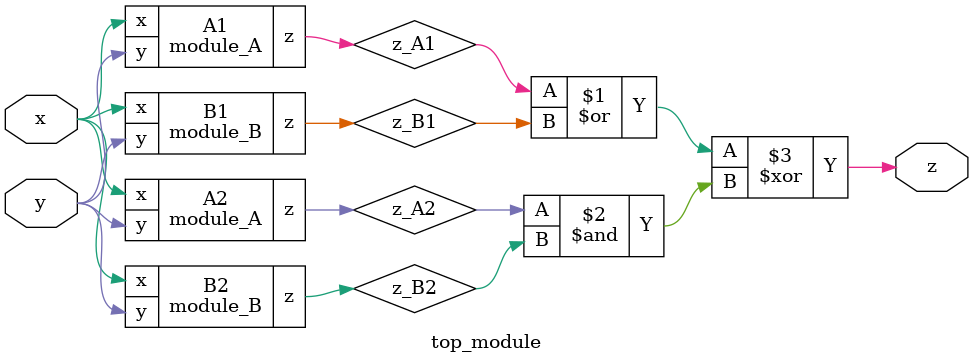
<source format=sv>
module module_A(
    input x,
    input y,
    output z
);

assign z = (x ^ y) & x;

endmodule
module module_B(
    input x,
    input y,
    output z
);

assign z = (x & ~y) | (~x & y) | (x & y);

endmodule
module top_module(
    input x,
    input y,
    output z
);

wire z_A1, z_A2, z_B1, z_B2;

module_A A1 (.x(x), .y(y), .z(z_A1));
module_A A2 (.x(x), .y(y), .z(z_A2));

module_B B1 (.x(x), .y(y), .z(z_B1));
module_B B2 (.x(x), .y(y), .z(z_B2));

assign z = (z_A1 | z_B1) ^ (z_A2 & z_B2);

endmodule

</source>
